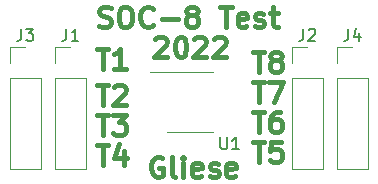
<source format=gbr>
%TF.GenerationSoftware,KiCad,Pcbnew,5.1.10-88a1d61d58~89~ubuntu20.04.1*%
%TF.CreationDate,2022-01-03T19:31:53+01:00*%
%TF.ProjectId,SOC8,534f4338-2e6b-4696-9361-645f70636258,rev?*%
%TF.SameCoordinates,Original*%
%TF.FileFunction,Legend,Top*%
%TF.FilePolarity,Positive*%
%FSLAX46Y46*%
G04 Gerber Fmt 4.6, Leading zero omitted, Abs format (unit mm)*
G04 Created by KiCad (PCBNEW 5.1.10-88a1d61d58~89~ubuntu20.04.1) date 2022-01-03 19:31:53*
%MOMM*%
%LPD*%
G01*
G04 APERTURE LIST*
%ADD10C,0.400000*%
%ADD11C,0.120000*%
%ADD12C,0.150000*%
G04 APERTURE END LIST*
D10*
X26718000Y-16988333D02*
X26801333Y-16905000D01*
X26968000Y-16821666D01*
X27384666Y-16821666D01*
X27551333Y-16905000D01*
X27634666Y-16988333D01*
X27718000Y-17155000D01*
X27718000Y-17321666D01*
X27634666Y-17571666D01*
X26634666Y-18571666D01*
X27718000Y-18571666D01*
X28801333Y-16821666D02*
X28968000Y-16821666D01*
X29134666Y-16905000D01*
X29218000Y-16988333D01*
X29301333Y-17155000D01*
X29384666Y-17488333D01*
X29384666Y-17905000D01*
X29301333Y-18238333D01*
X29218000Y-18405000D01*
X29134666Y-18488333D01*
X28968000Y-18571666D01*
X28801333Y-18571666D01*
X28634666Y-18488333D01*
X28551333Y-18405000D01*
X28468000Y-18238333D01*
X28384666Y-17905000D01*
X28384666Y-17488333D01*
X28468000Y-17155000D01*
X28551333Y-16988333D01*
X28634666Y-16905000D01*
X28801333Y-16821666D01*
X30051333Y-16988333D02*
X30134666Y-16905000D01*
X30301333Y-16821666D01*
X30718000Y-16821666D01*
X30884666Y-16905000D01*
X30968000Y-16988333D01*
X31051333Y-17155000D01*
X31051333Y-17321666D01*
X30968000Y-17571666D01*
X29968000Y-18571666D01*
X31051333Y-18571666D01*
X31718000Y-16988333D02*
X31801333Y-16905000D01*
X31968000Y-16821666D01*
X32384666Y-16821666D01*
X32551333Y-16905000D01*
X32634666Y-16988333D01*
X32718000Y-17155000D01*
X32718000Y-17321666D01*
X32634666Y-17571666D01*
X31634666Y-18571666D01*
X32718000Y-18571666D01*
X27346999Y-27065000D02*
X27180333Y-26981666D01*
X26930333Y-26981666D01*
X26680333Y-27065000D01*
X26513666Y-27231666D01*
X26430333Y-27398333D01*
X26346999Y-27731666D01*
X26346999Y-27981666D01*
X26430333Y-28315000D01*
X26513666Y-28481666D01*
X26680333Y-28648333D01*
X26930333Y-28731666D01*
X27096999Y-28731666D01*
X27346999Y-28648333D01*
X27430333Y-28565000D01*
X27430333Y-27981666D01*
X27096999Y-27981666D01*
X28430333Y-28731666D02*
X28263666Y-28648333D01*
X28180333Y-28481666D01*
X28180333Y-26981666D01*
X29096999Y-28731666D02*
X29096999Y-27565000D01*
X29096999Y-26981666D02*
X29013666Y-27065000D01*
X29096999Y-27148333D01*
X29180333Y-27065000D01*
X29096999Y-26981666D01*
X29096999Y-27148333D01*
X30596999Y-28648333D02*
X30430333Y-28731666D01*
X30096999Y-28731666D01*
X29930333Y-28648333D01*
X29846999Y-28481666D01*
X29846999Y-27815000D01*
X29930333Y-27648333D01*
X30096999Y-27565000D01*
X30430333Y-27565000D01*
X30596999Y-27648333D01*
X30680333Y-27815000D01*
X30680333Y-27981666D01*
X29846999Y-28148333D01*
X31346999Y-28648333D02*
X31513666Y-28731666D01*
X31846999Y-28731666D01*
X32013666Y-28648333D01*
X32096999Y-28481666D01*
X32096999Y-28398333D01*
X32013666Y-28231666D01*
X31846999Y-28148333D01*
X31596999Y-28148333D01*
X31430333Y-28065000D01*
X31346999Y-27898333D01*
X31346999Y-27815000D01*
X31430333Y-27648333D01*
X31596999Y-27565000D01*
X31846999Y-27565000D01*
X32013666Y-27648333D01*
X33513666Y-28648333D02*
X33347000Y-28731666D01*
X33013666Y-28731666D01*
X32847000Y-28648333D01*
X32763666Y-28481666D01*
X32763666Y-27815000D01*
X32847000Y-27648333D01*
X33013666Y-27565000D01*
X33347000Y-27565000D01*
X33513666Y-27648333D01*
X33597000Y-27815000D01*
X33597000Y-27981666D01*
X32763666Y-28148333D01*
X21964000Y-15948333D02*
X22214000Y-16031666D01*
X22630666Y-16031666D01*
X22797333Y-15948333D01*
X22880666Y-15865000D01*
X22964000Y-15698333D01*
X22964000Y-15531666D01*
X22880666Y-15365000D01*
X22797333Y-15281666D01*
X22630666Y-15198333D01*
X22297333Y-15115000D01*
X22130666Y-15031666D01*
X22047333Y-14948333D01*
X21964000Y-14781666D01*
X21964000Y-14615000D01*
X22047333Y-14448333D01*
X22130666Y-14365000D01*
X22297333Y-14281666D01*
X22714000Y-14281666D01*
X22964000Y-14365000D01*
X24047333Y-14281666D02*
X24380666Y-14281666D01*
X24547333Y-14365000D01*
X24714000Y-14531666D01*
X24797333Y-14865000D01*
X24797333Y-15448333D01*
X24714000Y-15781666D01*
X24547333Y-15948333D01*
X24380666Y-16031666D01*
X24047333Y-16031666D01*
X23880666Y-15948333D01*
X23714000Y-15781666D01*
X23630666Y-15448333D01*
X23630666Y-14865000D01*
X23714000Y-14531666D01*
X23880666Y-14365000D01*
X24047333Y-14281666D01*
X26547333Y-15865000D02*
X26464000Y-15948333D01*
X26214000Y-16031666D01*
X26047333Y-16031666D01*
X25797333Y-15948333D01*
X25630666Y-15781666D01*
X25547333Y-15615000D01*
X25464000Y-15281666D01*
X25464000Y-15031666D01*
X25547333Y-14698333D01*
X25630666Y-14531666D01*
X25797333Y-14365000D01*
X26047333Y-14281666D01*
X26214000Y-14281666D01*
X26464000Y-14365000D01*
X26547333Y-14448333D01*
X27297333Y-15365000D02*
X28630666Y-15365000D01*
X29714000Y-15031666D02*
X29547333Y-14948333D01*
X29464000Y-14865000D01*
X29380666Y-14698333D01*
X29380666Y-14615000D01*
X29464000Y-14448333D01*
X29547333Y-14365000D01*
X29714000Y-14281666D01*
X30047333Y-14281666D01*
X30214000Y-14365000D01*
X30297333Y-14448333D01*
X30380666Y-14615000D01*
X30380666Y-14698333D01*
X30297333Y-14865000D01*
X30214000Y-14948333D01*
X30047333Y-15031666D01*
X29714000Y-15031666D01*
X29547333Y-15115000D01*
X29464000Y-15198333D01*
X29380666Y-15365000D01*
X29380666Y-15698333D01*
X29464000Y-15865000D01*
X29547333Y-15948333D01*
X29714000Y-16031666D01*
X30047333Y-16031666D01*
X30214000Y-15948333D01*
X30297333Y-15865000D01*
X30380666Y-15698333D01*
X30380666Y-15365000D01*
X30297333Y-15198333D01*
X30214000Y-15115000D01*
X30047333Y-15031666D01*
X32214000Y-14281666D02*
X33214000Y-14281666D01*
X32714000Y-16031666D02*
X32714000Y-14281666D01*
X34464000Y-15948333D02*
X34297333Y-16031666D01*
X33964000Y-16031666D01*
X33797333Y-15948333D01*
X33714000Y-15781666D01*
X33714000Y-15115000D01*
X33797333Y-14948333D01*
X33964000Y-14865000D01*
X34297333Y-14865000D01*
X34464000Y-14948333D01*
X34547333Y-15115000D01*
X34547333Y-15281666D01*
X33714000Y-15448333D01*
X35214000Y-15948333D02*
X35380666Y-16031666D01*
X35714000Y-16031666D01*
X35880666Y-15948333D01*
X35964000Y-15781666D01*
X35964000Y-15698333D01*
X35880666Y-15531666D01*
X35714000Y-15448333D01*
X35464000Y-15448333D01*
X35297333Y-15365000D01*
X35214000Y-15198333D01*
X35214000Y-15115000D01*
X35297333Y-14948333D01*
X35464000Y-14865000D01*
X35714000Y-14865000D01*
X35880666Y-14948333D01*
X36464000Y-14865000D02*
X37130666Y-14865000D01*
X36714000Y-14281666D02*
X36714000Y-15781666D01*
X36797333Y-15948333D01*
X36964000Y-16031666D01*
X37130666Y-16031666D01*
X34988666Y-18091666D02*
X35988666Y-18091666D01*
X35488666Y-19841666D02*
X35488666Y-18091666D01*
X36822000Y-18841666D02*
X36655333Y-18758333D01*
X36572000Y-18675000D01*
X36488666Y-18508333D01*
X36488666Y-18425000D01*
X36572000Y-18258333D01*
X36655333Y-18175000D01*
X36822000Y-18091666D01*
X37155333Y-18091666D01*
X37322000Y-18175000D01*
X37405333Y-18258333D01*
X37488666Y-18425000D01*
X37488666Y-18508333D01*
X37405333Y-18675000D01*
X37322000Y-18758333D01*
X37155333Y-18841666D01*
X36822000Y-18841666D01*
X36655333Y-18925000D01*
X36572000Y-19008333D01*
X36488666Y-19175000D01*
X36488666Y-19508333D01*
X36572000Y-19675000D01*
X36655333Y-19758333D01*
X36822000Y-19841666D01*
X37155333Y-19841666D01*
X37322000Y-19758333D01*
X37405333Y-19675000D01*
X37488666Y-19508333D01*
X37488666Y-19175000D01*
X37405333Y-19008333D01*
X37322000Y-18925000D01*
X37155333Y-18841666D01*
X34988666Y-20631666D02*
X35988666Y-20631666D01*
X35488666Y-22381666D02*
X35488666Y-20631666D01*
X36405333Y-20631666D02*
X37572000Y-20631666D01*
X36822000Y-22381666D01*
X34988666Y-23171666D02*
X35988666Y-23171666D01*
X35488666Y-24921666D02*
X35488666Y-23171666D01*
X37322000Y-23171666D02*
X36988666Y-23171666D01*
X36822000Y-23255000D01*
X36738666Y-23338333D01*
X36572000Y-23588333D01*
X36488666Y-23921666D01*
X36488666Y-24588333D01*
X36572000Y-24755000D01*
X36655333Y-24838333D01*
X36822000Y-24921666D01*
X37155333Y-24921666D01*
X37322000Y-24838333D01*
X37405333Y-24755000D01*
X37488666Y-24588333D01*
X37488666Y-24171666D01*
X37405333Y-24005000D01*
X37322000Y-23921666D01*
X37155333Y-23838333D01*
X36822000Y-23838333D01*
X36655333Y-23921666D01*
X36572000Y-24005000D01*
X36488666Y-24171666D01*
X34988666Y-25711666D02*
X35988666Y-25711666D01*
X35488666Y-27461666D02*
X35488666Y-25711666D01*
X37405333Y-25711666D02*
X36572000Y-25711666D01*
X36488666Y-26545000D01*
X36572000Y-26461666D01*
X36738666Y-26378333D01*
X37155333Y-26378333D01*
X37322000Y-26461666D01*
X37405333Y-26545000D01*
X37488666Y-26711666D01*
X37488666Y-27128333D01*
X37405333Y-27295000D01*
X37322000Y-27378333D01*
X37155333Y-27461666D01*
X36738666Y-27461666D01*
X36572000Y-27378333D01*
X36488666Y-27295000D01*
X21780666Y-25965666D02*
X22780666Y-25965666D01*
X22280666Y-27715666D02*
X22280666Y-25965666D01*
X24114000Y-26549000D02*
X24114000Y-27715666D01*
X23697333Y-25882333D02*
X23280666Y-27132333D01*
X24364000Y-27132333D01*
X21780666Y-23425666D02*
X22780666Y-23425666D01*
X22280666Y-25175666D02*
X22280666Y-23425666D01*
X23197333Y-23425666D02*
X24280666Y-23425666D01*
X23697333Y-24092333D01*
X23947333Y-24092333D01*
X24114000Y-24175666D01*
X24197333Y-24259000D01*
X24280666Y-24425666D01*
X24280666Y-24842333D01*
X24197333Y-25009000D01*
X24114000Y-25092333D01*
X23947333Y-25175666D01*
X23447333Y-25175666D01*
X23280666Y-25092333D01*
X23197333Y-25009000D01*
X21780666Y-20885666D02*
X22780666Y-20885666D01*
X22280666Y-22635666D02*
X22280666Y-20885666D01*
X23280666Y-21052333D02*
X23364000Y-20969000D01*
X23530666Y-20885666D01*
X23947333Y-20885666D01*
X24114000Y-20969000D01*
X24197333Y-21052333D01*
X24280666Y-21219000D01*
X24280666Y-21385666D01*
X24197333Y-21635666D01*
X23197333Y-22635666D01*
X24280666Y-22635666D01*
X21780666Y-17837666D02*
X22780666Y-17837666D01*
X22280666Y-19587666D02*
X22280666Y-17837666D01*
X24280666Y-19587666D02*
X23280666Y-19587666D01*
X23780666Y-19587666D02*
X23780666Y-17837666D01*
X23614000Y-18087666D01*
X23447333Y-18254333D01*
X23280666Y-18337666D01*
D11*
%TO.C,J4*%
X42104000Y-28000000D02*
X44764000Y-28000000D01*
X42104000Y-20320000D02*
X42104000Y-28000000D01*
X44764000Y-20320000D02*
X44764000Y-28000000D01*
X42104000Y-20320000D02*
X44764000Y-20320000D01*
X42104000Y-19050000D02*
X42104000Y-17720000D01*
X42104000Y-17720000D02*
X43434000Y-17720000D01*
%TO.C,J3*%
X14418000Y-28000000D02*
X17078000Y-28000000D01*
X14418000Y-20320000D02*
X14418000Y-28000000D01*
X17078000Y-20320000D02*
X17078000Y-28000000D01*
X14418000Y-20320000D02*
X17078000Y-20320000D01*
X14418000Y-19050000D02*
X14418000Y-17720000D01*
X14418000Y-17720000D02*
X15748000Y-17720000D01*
%TO.C,U1*%
X29718000Y-24912000D02*
X31668000Y-24912000D01*
X29718000Y-24912000D02*
X27768000Y-24912000D01*
X29718000Y-19792000D02*
X31668000Y-19792000D01*
X29718000Y-19792000D02*
X26268000Y-19792000D01*
%TO.C,J2*%
X38294000Y-28000000D02*
X40954000Y-28000000D01*
X38294000Y-20320000D02*
X38294000Y-28000000D01*
X40954000Y-20320000D02*
X40954000Y-28000000D01*
X38294000Y-20320000D02*
X40954000Y-20320000D01*
X38294000Y-19050000D02*
X38294000Y-17720000D01*
X38294000Y-17720000D02*
X39624000Y-17720000D01*
%TO.C,J1*%
X18228000Y-28000000D02*
X20888000Y-28000000D01*
X18228000Y-20320000D02*
X18228000Y-28000000D01*
X20888000Y-20320000D02*
X20888000Y-28000000D01*
X18228000Y-20320000D02*
X20888000Y-20320000D01*
X18228000Y-19050000D02*
X18228000Y-17720000D01*
X18228000Y-17720000D02*
X19558000Y-17720000D01*
%TO.C,J4*%
D12*
X43100666Y-16172380D02*
X43100666Y-16886666D01*
X43053047Y-17029523D01*
X42957809Y-17124761D01*
X42814952Y-17172380D01*
X42719714Y-17172380D01*
X44005428Y-16505714D02*
X44005428Y-17172380D01*
X43767333Y-16124761D02*
X43529238Y-16839047D01*
X44148285Y-16839047D01*
%TO.C,J3*%
X15414666Y-16172380D02*
X15414666Y-16886666D01*
X15367047Y-17029523D01*
X15271809Y-17124761D01*
X15128952Y-17172380D01*
X15033714Y-17172380D01*
X15795619Y-16172380D02*
X16414666Y-16172380D01*
X16081333Y-16553333D01*
X16224190Y-16553333D01*
X16319428Y-16600952D01*
X16367047Y-16648571D01*
X16414666Y-16743809D01*
X16414666Y-16981904D01*
X16367047Y-17077142D01*
X16319428Y-17124761D01*
X16224190Y-17172380D01*
X15938476Y-17172380D01*
X15843238Y-17124761D01*
X15795619Y-17077142D01*
%TO.C,U1*%
X32258095Y-25360380D02*
X32258095Y-26169904D01*
X32305714Y-26265142D01*
X32353333Y-26312761D01*
X32448571Y-26360380D01*
X32639047Y-26360380D01*
X32734285Y-26312761D01*
X32781904Y-26265142D01*
X32829523Y-26169904D01*
X32829523Y-25360380D01*
X33829523Y-26360380D02*
X33258095Y-26360380D01*
X33543809Y-26360380D02*
X33543809Y-25360380D01*
X33448571Y-25503238D01*
X33353333Y-25598476D01*
X33258095Y-25646095D01*
%TO.C,J2*%
X39290666Y-16172380D02*
X39290666Y-16886666D01*
X39243047Y-17029523D01*
X39147809Y-17124761D01*
X39004952Y-17172380D01*
X38909714Y-17172380D01*
X39719238Y-16267619D02*
X39766857Y-16220000D01*
X39862095Y-16172380D01*
X40100190Y-16172380D01*
X40195428Y-16220000D01*
X40243047Y-16267619D01*
X40290666Y-16362857D01*
X40290666Y-16458095D01*
X40243047Y-16600952D01*
X39671619Y-17172380D01*
X40290666Y-17172380D01*
%TO.C,J1*%
X19224666Y-16172380D02*
X19224666Y-16886666D01*
X19177047Y-17029523D01*
X19081809Y-17124761D01*
X18938952Y-17172380D01*
X18843714Y-17172380D01*
X20224666Y-17172380D02*
X19653238Y-17172380D01*
X19938952Y-17172380D02*
X19938952Y-16172380D01*
X19843714Y-16315238D01*
X19748476Y-16410476D01*
X19653238Y-16458095D01*
%TD*%
M02*

</source>
